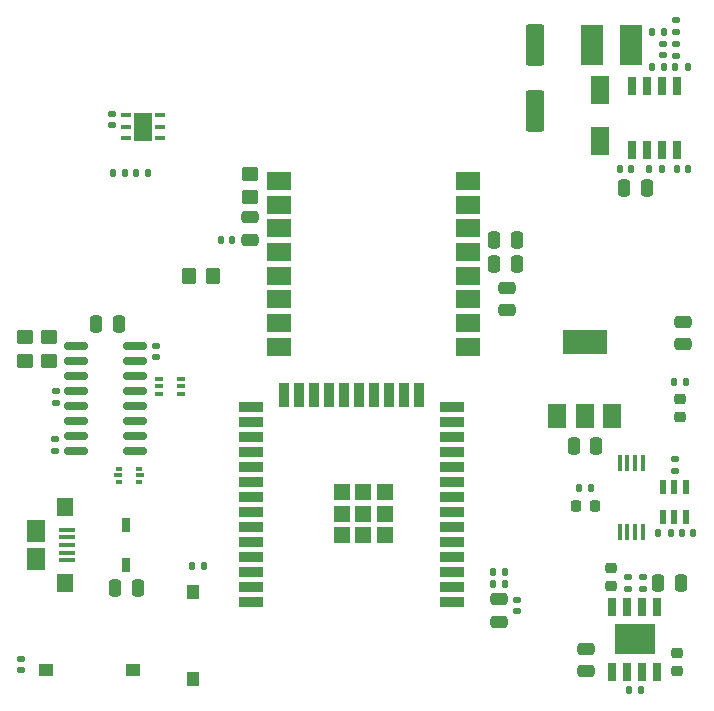
<source format=gbr>
%TF.GenerationSoftware,KiCad,Pcbnew,(6.0.0)*%
%TF.CreationDate,2022-06-01T22:52:45+01:00*%
%TF.ProjectId,flora,666c6f72-612e-46b6-9963-61645f706362,B*%
%TF.SameCoordinates,Original*%
%TF.FileFunction,Paste,Top*%
%TF.FilePolarity,Positive*%
%FSLAX46Y46*%
G04 Gerber Fmt 4.6, Leading zero omitted, Abs format (unit mm)*
G04 Created by KiCad (PCBNEW (6.0.0)) date 2022-06-01 22:52:45*
%MOMM*%
%LPD*%
G01*
G04 APERTURE LIST*
G04 Aperture macros list*
%AMRoundRect*
0 Rectangle with rounded corners*
0 $1 Rounding radius*
0 $2 $3 $4 $5 $6 $7 $8 $9 X,Y pos of 4 corners*
0 Add a 4 corners polygon primitive as box body*
4,1,4,$2,$3,$4,$5,$6,$7,$8,$9,$2,$3,0*
0 Add four circle primitives for the rounded corners*
1,1,$1+$1,$2,$3*
1,1,$1+$1,$4,$5*
1,1,$1+$1,$6,$7*
1,1,$1+$1,$8,$9*
0 Add four rect primitives between the rounded corners*
20,1,$1+$1,$2,$3,$4,$5,0*
20,1,$1+$1,$4,$5,$6,$7,0*
20,1,$1+$1,$6,$7,$8,$9,0*
20,1,$1+$1,$8,$9,$2,$3,0*%
G04 Aperture macros list end*
%ADD10RoundRect,0.250000X0.250000X0.475000X-0.250000X0.475000X-0.250000X-0.475000X0.250000X-0.475000X0*%
%ADD11RoundRect,0.135000X-0.135000X-0.185000X0.135000X-0.185000X0.135000X0.185000X-0.135000X0.185000X0*%
%ADD12RoundRect,0.140000X-0.170000X0.140000X-0.170000X-0.140000X0.170000X-0.140000X0.170000X0.140000X0*%
%ADD13R,0.750000X1.200000*%
%ADD14R,1.350000X0.400000*%
%ADD15R,1.400000X1.600000*%
%ADD16R,1.600000X1.900000*%
%ADD17RoundRect,0.250000X-0.250000X-0.475000X0.250000X-0.475000X0.250000X0.475000X-0.250000X0.475000X0*%
%ADD18RoundRect,0.140000X0.170000X-0.140000X0.170000X0.140000X-0.170000X0.140000X-0.170000X-0.140000X0*%
%ADD19RoundRect,0.140000X0.140000X0.170000X-0.140000X0.170000X-0.140000X-0.170000X0.140000X-0.170000X0*%
%ADD20RoundRect,0.250000X0.475000X-0.250000X0.475000X0.250000X-0.475000X0.250000X-0.475000X-0.250000X0*%
%ADD21RoundRect,0.135000X-0.185000X0.135000X-0.185000X-0.135000X0.185000X-0.135000X0.185000X0.135000X0*%
%ADD22RoundRect,0.218750X-0.256250X0.218750X-0.256250X-0.218750X0.256250X-0.218750X0.256250X0.218750X0*%
%ADD23RoundRect,0.135000X0.135000X0.185000X-0.135000X0.185000X-0.135000X-0.185000X0.135000X-0.185000X0*%
%ADD24RoundRect,0.135000X0.185000X-0.135000X0.185000X0.135000X-0.185000X0.135000X-0.185000X-0.135000X0*%
%ADD25R,0.450000X1.475000*%
%ADD26R,0.600000X1.200000*%
%ADD27R,0.850000X0.450000*%
%ADD28R,1.500000X2.400000*%
%ADD29RoundRect,0.250000X-0.475000X0.250000X-0.475000X-0.250000X0.475000X-0.250000X0.475000X0.250000X0*%
%ADD30R,1.200000X1.000000*%
%ADD31R,1.900000X3.400000*%
%ADD32RoundRect,0.250000X0.450000X-0.350000X0.450000X0.350000X-0.450000X0.350000X-0.450000X-0.350000X0*%
%ADD33RoundRect,0.140000X-0.140000X-0.170000X0.140000X-0.170000X0.140000X0.170000X-0.140000X0.170000X0*%
%ADD34RoundRect,0.250000X0.350000X0.450000X-0.350000X0.450000X-0.350000X-0.450000X0.350000X-0.450000X0*%
%ADD35R,1.500000X2.000000*%
%ADD36R,3.800000X2.000000*%
%ADD37RoundRect,0.250000X-0.550000X1.500000X-0.550000X-1.500000X0.550000X-1.500000X0.550000X1.500000X0*%
%ADD38R,0.650000X0.400000*%
%ADD39R,2.000000X0.900000*%
%ADD40R,0.900000X2.000000*%
%ADD41R,1.330000X1.330000*%
%ADD42R,1.550000X2.350000*%
%ADD43R,0.700000X1.525000*%
%ADD44R,3.402000X2.513000*%
%ADD45RoundRect,0.218750X-0.218750X-0.256250X0.218750X-0.256250X0.218750X0.256250X-0.218750X0.256250X0*%
%ADD46R,1.000000X1.200000*%
%ADD47RoundRect,0.150000X-0.825000X-0.150000X0.825000X-0.150000X0.825000X0.150000X-0.825000X0.150000X0*%
%ADD48R,0.500000X0.375000*%
%ADD49R,0.650000X0.300000*%
%ADD50R,2.000000X1.500000*%
G04 APERTURE END LIST*
D10*
%TO.C,C21*%
X185650000Y-155450000D03*
X183750000Y-155450000D03*
%TD*%
D11*
%TO.C,R18*%
X223052500Y-147050000D03*
X224072500Y-147050000D03*
%TD*%
D12*
%TO.C,C17*%
X217750000Y-156470000D03*
X217750000Y-157430000D03*
%TD*%
D10*
%TO.C,C14*%
X217750000Y-126000000D03*
X215850000Y-126000000D03*
%TD*%
D13*
%TO.C,D4*%
X184700000Y-153550000D03*
X184700000Y-150150000D03*
%TD*%
D14*
%TO.C,J4*%
X179700000Y-150550000D03*
X179700000Y-151200000D03*
X179700000Y-151850000D03*
X179700000Y-152500000D03*
X179700000Y-153150000D03*
D15*
X179475000Y-148650000D03*
D16*
X177025000Y-150650000D03*
X177025000Y-153050000D03*
D15*
X179475000Y-155050000D03*
%TD*%
D17*
%TO.C,C6*%
X229750000Y-155050000D03*
X231650000Y-155050000D03*
%TD*%
D18*
%TO.C,C7*%
X230100000Y-110380000D03*
X230100000Y-109420000D03*
%TD*%
D19*
%TO.C,C11*%
X191250000Y-153650000D03*
X190290000Y-153650000D03*
%TD*%
D20*
%TO.C,C1*%
X195200000Y-126000000D03*
X195200000Y-124100000D03*
%TD*%
D11*
%TO.C,R20*%
X183540000Y-120350000D03*
X184560000Y-120350000D03*
%TD*%
%TO.C,R10*%
X231190000Y-111400000D03*
X232210000Y-111400000D03*
%TD*%
D21*
%TO.C,R13*%
X178650000Y-142850000D03*
X178650000Y-143870000D03*
%TD*%
D12*
%TO.C,C23*%
X178730000Y-138850000D03*
X178730000Y-139810000D03*
%TD*%
D22*
%TO.C,D5*%
X231550000Y-139475000D03*
X231550000Y-141050000D03*
%TD*%
D21*
%TO.C,R12*%
X231200000Y-109390000D03*
X231200000Y-110410000D03*
%TD*%
D12*
%TO.C,C22*%
X187250000Y-135010000D03*
X187250000Y-135970000D03*
%TD*%
D23*
%TO.C,R6*%
X230200000Y-108400000D03*
X229180000Y-108400000D03*
%TD*%
D19*
%TO.C,C5*%
X230180000Y-111400000D03*
X229220000Y-111400000D03*
%TD*%
D24*
%TO.C,R4*%
X228450000Y-155560000D03*
X228450000Y-154540000D03*
%TD*%
D25*
%TO.C,IC4*%
X226475000Y-150788000D03*
X227125000Y-150788000D03*
X227775000Y-150788000D03*
X228425000Y-150788000D03*
X228425000Y-144912000D03*
X227775000Y-144912000D03*
X227125000Y-144912000D03*
X226475000Y-144912000D03*
%TD*%
D19*
%TO.C,C2*%
X193660000Y-126000000D03*
X192700000Y-126000000D03*
%TD*%
D20*
%TO.C,C15*%
X231850000Y-134850000D03*
X231850000Y-132950000D03*
%TD*%
D23*
%TO.C,R8*%
X230770000Y-150850000D03*
X229750000Y-150850000D03*
%TD*%
D26*
%TO.C,IC5*%
X232050000Y-146950000D03*
X231100000Y-146950000D03*
X230150000Y-146950000D03*
X230150000Y-149450000D03*
X231100000Y-149450000D03*
X232050000Y-149450000D03*
%TD*%
D27*
%TO.C,IC2*%
X187545000Y-117420000D03*
X187545000Y-116420000D03*
X187545000Y-115420000D03*
X184645000Y-115420000D03*
X184645000Y-116420000D03*
X184645000Y-117420000D03*
D28*
X186095000Y-116420000D03*
%TD*%
D29*
%TO.C,C20*%
X216900000Y-130050000D03*
X216900000Y-131950000D03*
%TD*%
D18*
%TO.C,C25*%
X183450000Y-116330000D03*
X183450000Y-115370000D03*
%TD*%
D30*
%TO.C,S1*%
X185300000Y-162450000D03*
X177900000Y-162450000D03*
%TD*%
D31*
%TO.C,L1*%
X227450000Y-109500000D03*
X224150000Y-109500000D03*
%TD*%
D29*
%TO.C,C3*%
X223650000Y-160650000D03*
X223650000Y-162550000D03*
%TD*%
D10*
%TO.C,C13*%
X224500000Y-143500000D03*
X222600000Y-143500000D03*
%TD*%
%TO.C,C19*%
X217750000Y-128100000D03*
X215850000Y-128100000D03*
%TD*%
D32*
%TO.C,R15*%
X176150000Y-136270000D03*
X176150000Y-134270000D03*
%TD*%
D33*
%TO.C,C8*%
X231320000Y-120000000D03*
X232280000Y-120000000D03*
%TD*%
D29*
%TO.C,C16*%
X216250000Y-156430000D03*
X216250000Y-158330000D03*
%TD*%
D34*
%TO.C,R2*%
X192000000Y-129050000D03*
X190000000Y-129050000D03*
%TD*%
D23*
%TO.C,R16*%
X216760000Y-155130000D03*
X215740000Y-155130000D03*
%TD*%
D35*
%TO.C,IC7*%
X221200000Y-140950000D03*
X223500000Y-140950000D03*
D36*
X223500000Y-134650000D03*
D35*
X225800000Y-140950000D03*
%TD*%
D37*
%TO.C,C26*%
X219300000Y-109500000D03*
X219300000Y-115100000D03*
%TD*%
D23*
%TO.C,R19*%
X186560000Y-120350000D03*
X185540000Y-120350000D03*
%TD*%
D21*
%TO.C,R7*%
X231150000Y-144540000D03*
X231150000Y-145560000D03*
%TD*%
D38*
%TO.C,Q1*%
X187450000Y-137770000D03*
X187450000Y-138420000D03*
X187450000Y-139070000D03*
X189350000Y-139070000D03*
X189350000Y-138420000D03*
X189350000Y-137770000D03*
%TD*%
D22*
%TO.C,D2*%
X231350000Y-160975000D03*
X231350000Y-162550000D03*
%TD*%
D10*
%TO.C,C18*%
X228750000Y-121600000D03*
X226850000Y-121600000D03*
%TD*%
D39*
%TO.C,IC1*%
X212250000Y-156690000D03*
X212250000Y-155420000D03*
X212250000Y-154150000D03*
X212250000Y-152880000D03*
X212250000Y-151610000D03*
X212250000Y-150340000D03*
X212250000Y-149070000D03*
X212250000Y-147800000D03*
X212250000Y-146530000D03*
X212250000Y-145260000D03*
X212250000Y-143990000D03*
X212250000Y-142720000D03*
X212250000Y-141450000D03*
X212250000Y-140180000D03*
D40*
X209465000Y-139180000D03*
X208195000Y-139180000D03*
X206925000Y-139180000D03*
X205655000Y-139180000D03*
X204385000Y-139180000D03*
X203115000Y-139180000D03*
X201845000Y-139180000D03*
X200575000Y-139180000D03*
X199305000Y-139180000D03*
X198035000Y-139180000D03*
D39*
X195250000Y-140180000D03*
X195250000Y-141450000D03*
X195250000Y-142720000D03*
X195250000Y-143990000D03*
X195250000Y-145260000D03*
X195250000Y-146530000D03*
X195250000Y-147800000D03*
X195250000Y-149070000D03*
X195250000Y-150340000D03*
X195250000Y-151610000D03*
X195250000Y-152880000D03*
X195250000Y-154150000D03*
X195250000Y-155420000D03*
X195250000Y-156690000D03*
D41*
X206585000Y-151025000D03*
X204750000Y-151025000D03*
X202915000Y-151025000D03*
X206585000Y-149190000D03*
X204750000Y-149190000D03*
X202915000Y-149190000D03*
X206585000Y-147355000D03*
X204750000Y-147355000D03*
X202915000Y-147355000D03*
%TD*%
D42*
%TO.C,D3*%
X224800000Y-113350000D03*
X224800000Y-117650000D03*
%TD*%
D23*
%TO.C,R17*%
X232060000Y-138062500D03*
X231040000Y-138062500D03*
%TD*%
D10*
%TO.C,C24*%
X184050000Y-133170000D03*
X182150000Y-133170000D03*
%TD*%
D32*
%TO.C,R1*%
X195200000Y-122400000D03*
X195200000Y-120400000D03*
%TD*%
D21*
%TO.C,R9*%
X231200000Y-107390000D03*
X231200000Y-108410000D03*
%TD*%
D43*
%TO.C,IC6*%
X227495000Y-118412000D03*
X228765000Y-118412000D03*
X230035000Y-118412000D03*
X231305000Y-118412000D03*
X231305000Y-112988000D03*
X230035000Y-112988000D03*
X228765000Y-112988000D03*
X227495000Y-112988000D03*
%TD*%
%TO.C,IC3*%
X225845000Y-162562000D03*
X227115000Y-162562000D03*
X228385000Y-162562000D03*
X229655000Y-162562000D03*
X229655000Y-157138000D03*
X228385000Y-157138000D03*
X227115000Y-157138000D03*
X225845000Y-157138000D03*
D44*
X227750000Y-159850000D03*
%TD*%
D11*
%TO.C,R11*%
X228990000Y-120000000D03*
X230010000Y-120000000D03*
%TD*%
D32*
%TO.C,R14*%
X178150000Y-136270000D03*
X178150000Y-134270000D03*
%TD*%
D24*
%TO.C,R3*%
X227150000Y-155560000D03*
X227150000Y-154540000D03*
%TD*%
D45*
%TO.C,D6*%
X222775000Y-148550000D03*
X224350000Y-148550000D03*
%TD*%
D46*
%TO.C,S2*%
X190350000Y-163200000D03*
X190350000Y-155800000D03*
%TD*%
D12*
%TO.C,C4*%
X175750000Y-161470000D03*
X175750000Y-162430000D03*
%TD*%
D47*
%TO.C,U4*%
X180475000Y-135025000D03*
X180475000Y-136295000D03*
X180475000Y-137565000D03*
X180475000Y-138835000D03*
X180475000Y-140105000D03*
X180475000Y-141375000D03*
X180475000Y-142645000D03*
X180475000Y-143915000D03*
X185425000Y-143915000D03*
X185425000Y-142645000D03*
X185425000Y-141375000D03*
X185425000Y-140105000D03*
X185425000Y-138835000D03*
X185425000Y-137565000D03*
X185425000Y-136295000D03*
X185425000Y-135025000D03*
%TD*%
D22*
%TO.C,D1*%
X225750000Y-153775000D03*
X225750000Y-155350000D03*
%TD*%
D23*
%TO.C,R5*%
X228270000Y-164150000D03*
X227250000Y-164150000D03*
%TD*%
D48*
%TO.C,U3*%
X185800000Y-146487500D03*
D49*
X185875000Y-145950000D03*
D48*
X185800000Y-145412500D03*
X184100000Y-145412500D03*
D49*
X184025000Y-145950000D03*
D48*
X184100000Y-146487500D03*
%TD*%
D33*
%TO.C,C12*%
X215770000Y-154130000D03*
X216730000Y-154130000D03*
%TD*%
%TO.C,C9*%
X231750000Y-150850000D03*
X232710000Y-150850000D03*
%TD*%
D50*
%TO.C,U1*%
X197600000Y-121050000D03*
X197600000Y-123050000D03*
X197600000Y-125050000D03*
X197600000Y-127050000D03*
X197600000Y-129050000D03*
X197600000Y-131050000D03*
X197600000Y-133050000D03*
X197600000Y-135050000D03*
X213600000Y-135050000D03*
X213600000Y-133050000D03*
X213600000Y-131050000D03*
X213600000Y-129050000D03*
X213600000Y-127050000D03*
X213600000Y-125050000D03*
X213600000Y-123050000D03*
X213600000Y-121050000D03*
%TD*%
D19*
%TO.C,C10*%
X227460000Y-120000000D03*
X226500000Y-120000000D03*
%TD*%
M02*

</source>
